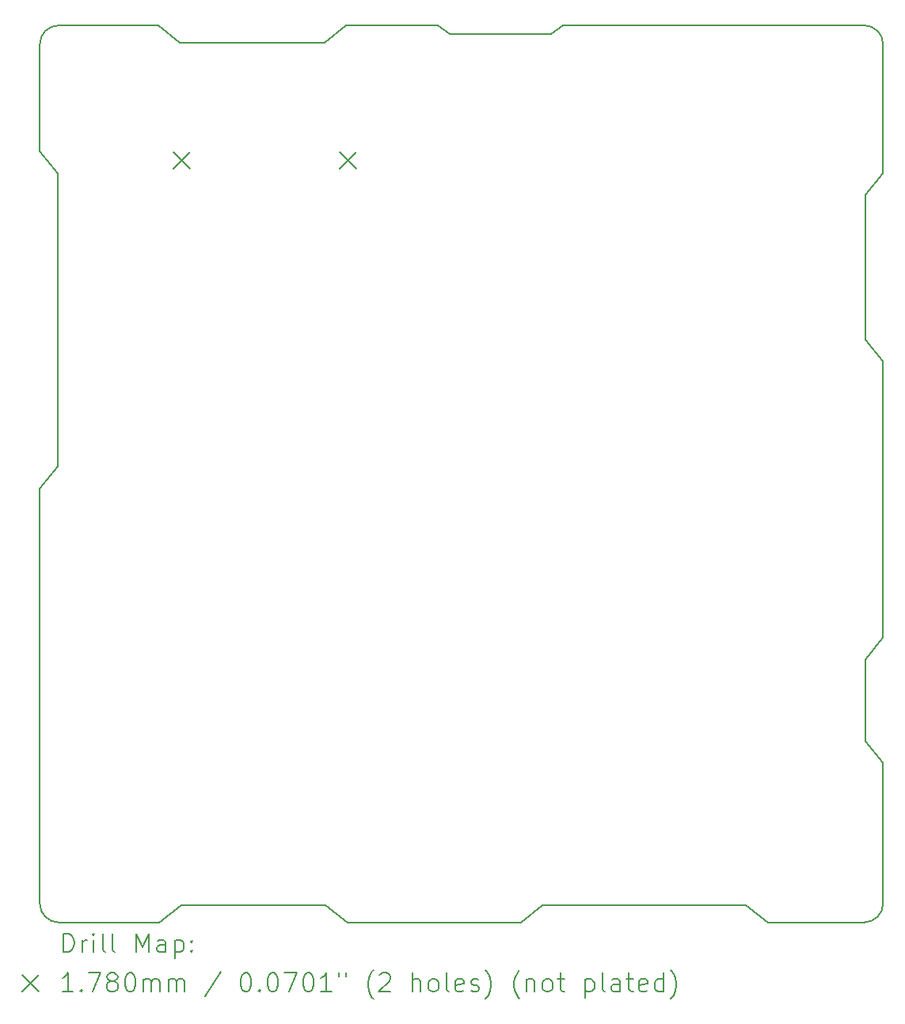
<source format=gbr>
%TF.GenerationSoftware,KiCad,Pcbnew,7.0.8*%
%TF.CreationDate,2024-04-09T22:45:55-07:00*%
%TF.ProjectId,MPPT_addon_board,4d505054-5f61-4646-946f-6e5f626f6172,rev?*%
%TF.SameCoordinates,Original*%
%TF.FileFunction,Drillmap*%
%TF.FilePolarity,Positive*%
%FSLAX45Y45*%
G04 Gerber Fmt 4.5, Leading zero omitted, Abs format (unit mm)*
G04 Created by KiCad (PCBNEW 7.0.8) date 2024-04-09 22:45:55*
%MOMM*%
%LPD*%
G01*
G04 APERTURE LIST*
%ADD10C,0.150000*%
%ADD11C,0.200000*%
%ADD12C,0.178000*%
G04 APERTURE END LIST*
D10*
X18849365Y-5450695D02*
X18850635Y-6829305D01*
X15209935Y-14652505D02*
X14976255Y-14840465D01*
X18662675Y-7062985D02*
X18662675Y-8607305D01*
X18849365Y-5450695D02*
G75*
G03*
X18649365Y-5250695I-199995J5D01*
G01*
X12886715Y-14652505D02*
X13120395Y-14840465D01*
X14091865Y-5250695D02*
X13110595Y-5248785D01*
X18850635Y-13133585D02*
X18849365Y-14639195D01*
X18649365Y-5250695D02*
X15426365Y-5251695D01*
X11098915Y-5250805D02*
X10032365Y-5250695D01*
X18662675Y-12031225D02*
X18662675Y-12899905D01*
X14219865Y-5340595D02*
X14091865Y-5250695D01*
X17383145Y-14652505D02*
X17618755Y-14839195D01*
X18662675Y-8607305D02*
X18850635Y-8840985D01*
X9832775Y-10202625D02*
X9832365Y-14639195D01*
X9832365Y-5450695D02*
X9831775Y-6600105D01*
X18662675Y-7062985D02*
X18850635Y-6829305D01*
X11342395Y-14652505D02*
X11108715Y-14840465D01*
X11332595Y-5438765D02*
X12876915Y-5438765D01*
X18662675Y-12899905D02*
X18850635Y-13133585D01*
X12876915Y-5438765D02*
X13110595Y-5248785D01*
X10021755Y-6833785D02*
X9831775Y-6600105D01*
X15426365Y-5251695D02*
X15299365Y-5340595D01*
X11332595Y-5438765D02*
X11098915Y-5250805D01*
X10032365Y-5250695D02*
G75*
G03*
X9832365Y-5450695I-5J-199995D01*
G01*
X10020735Y-9968945D02*
X10021755Y-6833785D01*
X13120395Y-14840465D02*
X14976255Y-14840465D01*
X18850635Y-8840985D02*
X18850635Y-11797545D01*
X18662675Y-12031225D02*
X18850635Y-11797545D01*
X15299365Y-5340595D02*
X14219865Y-5340595D01*
X9832365Y-14639195D02*
G75*
G03*
X10032365Y-14839195I199995J-5D01*
G01*
X12886715Y-14652505D02*
X11342395Y-14652505D01*
X11108715Y-14840465D02*
X10032365Y-14839195D01*
X18649365Y-14839195D02*
X17618755Y-14839195D01*
X17383145Y-14652505D02*
X15209935Y-14652505D01*
X10020735Y-9968945D02*
X9832775Y-10202625D01*
X18649365Y-14839195D02*
G75*
G03*
X18849365Y-14639195I5J199995D01*
G01*
D11*
D12*
X11265000Y-6606000D02*
X11443000Y-6784000D01*
X11443000Y-6606000D02*
X11265000Y-6784000D01*
X13043000Y-6606000D02*
X13221000Y-6784000D01*
X13221000Y-6606000D02*
X13043000Y-6784000D01*
D11*
X10085052Y-15159449D02*
X10085052Y-14959449D01*
X10085052Y-14959449D02*
X10132671Y-14959449D01*
X10132671Y-14959449D02*
X10161242Y-14968973D01*
X10161242Y-14968973D02*
X10180290Y-14988020D01*
X10180290Y-14988020D02*
X10189814Y-15007068D01*
X10189814Y-15007068D02*
X10199338Y-15045163D01*
X10199338Y-15045163D02*
X10199338Y-15073734D01*
X10199338Y-15073734D02*
X10189814Y-15111830D01*
X10189814Y-15111830D02*
X10180290Y-15130877D01*
X10180290Y-15130877D02*
X10161242Y-15149925D01*
X10161242Y-15149925D02*
X10132671Y-15159449D01*
X10132671Y-15159449D02*
X10085052Y-15159449D01*
X10285052Y-15159449D02*
X10285052Y-15026115D01*
X10285052Y-15064211D02*
X10294576Y-15045163D01*
X10294576Y-15045163D02*
X10304099Y-15035639D01*
X10304099Y-15035639D02*
X10323147Y-15026115D01*
X10323147Y-15026115D02*
X10342195Y-15026115D01*
X10408861Y-15159449D02*
X10408861Y-15026115D01*
X10408861Y-14959449D02*
X10399338Y-14968973D01*
X10399338Y-14968973D02*
X10408861Y-14978496D01*
X10408861Y-14978496D02*
X10418385Y-14968973D01*
X10418385Y-14968973D02*
X10408861Y-14959449D01*
X10408861Y-14959449D02*
X10408861Y-14978496D01*
X10532671Y-15159449D02*
X10513623Y-15149925D01*
X10513623Y-15149925D02*
X10504099Y-15130877D01*
X10504099Y-15130877D02*
X10504099Y-14959449D01*
X10637433Y-15159449D02*
X10618385Y-15149925D01*
X10618385Y-15149925D02*
X10608861Y-15130877D01*
X10608861Y-15130877D02*
X10608861Y-14959449D01*
X10866004Y-15159449D02*
X10866004Y-14959449D01*
X10866004Y-14959449D02*
X10932671Y-15102306D01*
X10932671Y-15102306D02*
X10999338Y-14959449D01*
X10999338Y-14959449D02*
X10999338Y-15159449D01*
X11180290Y-15159449D02*
X11180290Y-15054687D01*
X11180290Y-15054687D02*
X11170766Y-15035639D01*
X11170766Y-15035639D02*
X11151719Y-15026115D01*
X11151719Y-15026115D02*
X11113623Y-15026115D01*
X11113623Y-15026115D02*
X11094576Y-15035639D01*
X11180290Y-15149925D02*
X11161242Y-15159449D01*
X11161242Y-15159449D02*
X11113623Y-15159449D01*
X11113623Y-15159449D02*
X11094576Y-15149925D01*
X11094576Y-15149925D02*
X11085052Y-15130877D01*
X11085052Y-15130877D02*
X11085052Y-15111830D01*
X11085052Y-15111830D02*
X11094576Y-15092782D01*
X11094576Y-15092782D02*
X11113623Y-15083258D01*
X11113623Y-15083258D02*
X11161242Y-15083258D01*
X11161242Y-15083258D02*
X11180290Y-15073734D01*
X11275528Y-15026115D02*
X11275528Y-15226115D01*
X11275528Y-15035639D02*
X11294576Y-15026115D01*
X11294576Y-15026115D02*
X11332671Y-15026115D01*
X11332671Y-15026115D02*
X11351718Y-15035639D01*
X11351718Y-15035639D02*
X11361242Y-15045163D01*
X11361242Y-15045163D02*
X11370766Y-15064211D01*
X11370766Y-15064211D02*
X11370766Y-15121353D01*
X11370766Y-15121353D02*
X11361242Y-15140401D01*
X11361242Y-15140401D02*
X11351718Y-15149925D01*
X11351718Y-15149925D02*
X11332671Y-15159449D01*
X11332671Y-15159449D02*
X11294576Y-15159449D01*
X11294576Y-15159449D02*
X11275528Y-15149925D01*
X11456480Y-15140401D02*
X11466004Y-15149925D01*
X11466004Y-15149925D02*
X11456480Y-15159449D01*
X11456480Y-15159449D02*
X11446957Y-15149925D01*
X11446957Y-15149925D02*
X11456480Y-15140401D01*
X11456480Y-15140401D02*
X11456480Y-15159449D01*
X11456480Y-15035639D02*
X11466004Y-15045163D01*
X11466004Y-15045163D02*
X11456480Y-15054687D01*
X11456480Y-15054687D02*
X11446957Y-15045163D01*
X11446957Y-15045163D02*
X11456480Y-15035639D01*
X11456480Y-15035639D02*
X11456480Y-15054687D01*
D12*
X9646275Y-15398965D02*
X9824275Y-15576965D01*
X9824275Y-15398965D02*
X9646275Y-15576965D01*
D11*
X10189814Y-15579449D02*
X10075528Y-15579449D01*
X10132671Y-15579449D02*
X10132671Y-15379449D01*
X10132671Y-15379449D02*
X10113623Y-15408020D01*
X10113623Y-15408020D02*
X10094576Y-15427068D01*
X10094576Y-15427068D02*
X10075528Y-15436592D01*
X10275528Y-15560401D02*
X10285052Y-15569925D01*
X10285052Y-15569925D02*
X10275528Y-15579449D01*
X10275528Y-15579449D02*
X10266004Y-15569925D01*
X10266004Y-15569925D02*
X10275528Y-15560401D01*
X10275528Y-15560401D02*
X10275528Y-15579449D01*
X10351719Y-15379449D02*
X10485052Y-15379449D01*
X10485052Y-15379449D02*
X10399338Y-15579449D01*
X10589814Y-15465163D02*
X10570766Y-15455639D01*
X10570766Y-15455639D02*
X10561242Y-15446115D01*
X10561242Y-15446115D02*
X10551719Y-15427068D01*
X10551719Y-15427068D02*
X10551719Y-15417544D01*
X10551719Y-15417544D02*
X10561242Y-15398496D01*
X10561242Y-15398496D02*
X10570766Y-15388973D01*
X10570766Y-15388973D02*
X10589814Y-15379449D01*
X10589814Y-15379449D02*
X10627909Y-15379449D01*
X10627909Y-15379449D02*
X10646957Y-15388973D01*
X10646957Y-15388973D02*
X10656480Y-15398496D01*
X10656480Y-15398496D02*
X10666004Y-15417544D01*
X10666004Y-15417544D02*
X10666004Y-15427068D01*
X10666004Y-15427068D02*
X10656480Y-15446115D01*
X10656480Y-15446115D02*
X10646957Y-15455639D01*
X10646957Y-15455639D02*
X10627909Y-15465163D01*
X10627909Y-15465163D02*
X10589814Y-15465163D01*
X10589814Y-15465163D02*
X10570766Y-15474687D01*
X10570766Y-15474687D02*
X10561242Y-15484211D01*
X10561242Y-15484211D02*
X10551719Y-15503258D01*
X10551719Y-15503258D02*
X10551719Y-15541353D01*
X10551719Y-15541353D02*
X10561242Y-15560401D01*
X10561242Y-15560401D02*
X10570766Y-15569925D01*
X10570766Y-15569925D02*
X10589814Y-15579449D01*
X10589814Y-15579449D02*
X10627909Y-15579449D01*
X10627909Y-15579449D02*
X10646957Y-15569925D01*
X10646957Y-15569925D02*
X10656480Y-15560401D01*
X10656480Y-15560401D02*
X10666004Y-15541353D01*
X10666004Y-15541353D02*
X10666004Y-15503258D01*
X10666004Y-15503258D02*
X10656480Y-15484211D01*
X10656480Y-15484211D02*
X10646957Y-15474687D01*
X10646957Y-15474687D02*
X10627909Y-15465163D01*
X10789814Y-15379449D02*
X10808861Y-15379449D01*
X10808861Y-15379449D02*
X10827909Y-15388973D01*
X10827909Y-15388973D02*
X10837433Y-15398496D01*
X10837433Y-15398496D02*
X10846957Y-15417544D01*
X10846957Y-15417544D02*
X10856480Y-15455639D01*
X10856480Y-15455639D02*
X10856480Y-15503258D01*
X10856480Y-15503258D02*
X10846957Y-15541353D01*
X10846957Y-15541353D02*
X10837433Y-15560401D01*
X10837433Y-15560401D02*
X10827909Y-15569925D01*
X10827909Y-15569925D02*
X10808861Y-15579449D01*
X10808861Y-15579449D02*
X10789814Y-15579449D01*
X10789814Y-15579449D02*
X10770766Y-15569925D01*
X10770766Y-15569925D02*
X10761242Y-15560401D01*
X10761242Y-15560401D02*
X10751719Y-15541353D01*
X10751719Y-15541353D02*
X10742195Y-15503258D01*
X10742195Y-15503258D02*
X10742195Y-15455639D01*
X10742195Y-15455639D02*
X10751719Y-15417544D01*
X10751719Y-15417544D02*
X10761242Y-15398496D01*
X10761242Y-15398496D02*
X10770766Y-15388973D01*
X10770766Y-15388973D02*
X10789814Y-15379449D01*
X10942195Y-15579449D02*
X10942195Y-15446115D01*
X10942195Y-15465163D02*
X10951719Y-15455639D01*
X10951719Y-15455639D02*
X10970766Y-15446115D01*
X10970766Y-15446115D02*
X10999338Y-15446115D01*
X10999338Y-15446115D02*
X11018385Y-15455639D01*
X11018385Y-15455639D02*
X11027909Y-15474687D01*
X11027909Y-15474687D02*
X11027909Y-15579449D01*
X11027909Y-15474687D02*
X11037433Y-15455639D01*
X11037433Y-15455639D02*
X11056480Y-15446115D01*
X11056480Y-15446115D02*
X11085052Y-15446115D01*
X11085052Y-15446115D02*
X11104100Y-15455639D01*
X11104100Y-15455639D02*
X11113623Y-15474687D01*
X11113623Y-15474687D02*
X11113623Y-15579449D01*
X11208861Y-15579449D02*
X11208861Y-15446115D01*
X11208861Y-15465163D02*
X11218385Y-15455639D01*
X11218385Y-15455639D02*
X11237433Y-15446115D01*
X11237433Y-15446115D02*
X11266004Y-15446115D01*
X11266004Y-15446115D02*
X11285052Y-15455639D01*
X11285052Y-15455639D02*
X11294576Y-15474687D01*
X11294576Y-15474687D02*
X11294576Y-15579449D01*
X11294576Y-15474687D02*
X11304099Y-15455639D01*
X11304099Y-15455639D02*
X11323147Y-15446115D01*
X11323147Y-15446115D02*
X11351718Y-15446115D01*
X11351718Y-15446115D02*
X11370766Y-15455639D01*
X11370766Y-15455639D02*
X11380290Y-15474687D01*
X11380290Y-15474687D02*
X11380290Y-15579449D01*
X11770766Y-15369925D02*
X11599338Y-15627068D01*
X12027909Y-15379449D02*
X12046957Y-15379449D01*
X12046957Y-15379449D02*
X12066004Y-15388973D01*
X12066004Y-15388973D02*
X12075528Y-15398496D01*
X12075528Y-15398496D02*
X12085052Y-15417544D01*
X12085052Y-15417544D02*
X12094576Y-15455639D01*
X12094576Y-15455639D02*
X12094576Y-15503258D01*
X12094576Y-15503258D02*
X12085052Y-15541353D01*
X12085052Y-15541353D02*
X12075528Y-15560401D01*
X12075528Y-15560401D02*
X12066004Y-15569925D01*
X12066004Y-15569925D02*
X12046957Y-15579449D01*
X12046957Y-15579449D02*
X12027909Y-15579449D01*
X12027909Y-15579449D02*
X12008861Y-15569925D01*
X12008861Y-15569925D02*
X11999338Y-15560401D01*
X11999338Y-15560401D02*
X11989814Y-15541353D01*
X11989814Y-15541353D02*
X11980290Y-15503258D01*
X11980290Y-15503258D02*
X11980290Y-15455639D01*
X11980290Y-15455639D02*
X11989814Y-15417544D01*
X11989814Y-15417544D02*
X11999338Y-15398496D01*
X11999338Y-15398496D02*
X12008861Y-15388973D01*
X12008861Y-15388973D02*
X12027909Y-15379449D01*
X12180290Y-15560401D02*
X12189814Y-15569925D01*
X12189814Y-15569925D02*
X12180290Y-15579449D01*
X12180290Y-15579449D02*
X12170766Y-15569925D01*
X12170766Y-15569925D02*
X12180290Y-15560401D01*
X12180290Y-15560401D02*
X12180290Y-15579449D01*
X12313623Y-15379449D02*
X12332671Y-15379449D01*
X12332671Y-15379449D02*
X12351719Y-15388973D01*
X12351719Y-15388973D02*
X12361242Y-15398496D01*
X12361242Y-15398496D02*
X12370766Y-15417544D01*
X12370766Y-15417544D02*
X12380290Y-15455639D01*
X12380290Y-15455639D02*
X12380290Y-15503258D01*
X12380290Y-15503258D02*
X12370766Y-15541353D01*
X12370766Y-15541353D02*
X12361242Y-15560401D01*
X12361242Y-15560401D02*
X12351719Y-15569925D01*
X12351719Y-15569925D02*
X12332671Y-15579449D01*
X12332671Y-15579449D02*
X12313623Y-15579449D01*
X12313623Y-15579449D02*
X12294576Y-15569925D01*
X12294576Y-15569925D02*
X12285052Y-15560401D01*
X12285052Y-15560401D02*
X12275528Y-15541353D01*
X12275528Y-15541353D02*
X12266004Y-15503258D01*
X12266004Y-15503258D02*
X12266004Y-15455639D01*
X12266004Y-15455639D02*
X12275528Y-15417544D01*
X12275528Y-15417544D02*
X12285052Y-15398496D01*
X12285052Y-15398496D02*
X12294576Y-15388973D01*
X12294576Y-15388973D02*
X12313623Y-15379449D01*
X12446957Y-15379449D02*
X12580290Y-15379449D01*
X12580290Y-15379449D02*
X12494576Y-15579449D01*
X12694576Y-15379449D02*
X12713623Y-15379449D01*
X12713623Y-15379449D02*
X12732671Y-15388973D01*
X12732671Y-15388973D02*
X12742195Y-15398496D01*
X12742195Y-15398496D02*
X12751719Y-15417544D01*
X12751719Y-15417544D02*
X12761242Y-15455639D01*
X12761242Y-15455639D02*
X12761242Y-15503258D01*
X12761242Y-15503258D02*
X12751719Y-15541353D01*
X12751719Y-15541353D02*
X12742195Y-15560401D01*
X12742195Y-15560401D02*
X12732671Y-15569925D01*
X12732671Y-15569925D02*
X12713623Y-15579449D01*
X12713623Y-15579449D02*
X12694576Y-15579449D01*
X12694576Y-15579449D02*
X12675528Y-15569925D01*
X12675528Y-15569925D02*
X12666004Y-15560401D01*
X12666004Y-15560401D02*
X12656481Y-15541353D01*
X12656481Y-15541353D02*
X12646957Y-15503258D01*
X12646957Y-15503258D02*
X12646957Y-15455639D01*
X12646957Y-15455639D02*
X12656481Y-15417544D01*
X12656481Y-15417544D02*
X12666004Y-15398496D01*
X12666004Y-15398496D02*
X12675528Y-15388973D01*
X12675528Y-15388973D02*
X12694576Y-15379449D01*
X12951719Y-15579449D02*
X12837433Y-15579449D01*
X12894576Y-15579449D02*
X12894576Y-15379449D01*
X12894576Y-15379449D02*
X12875528Y-15408020D01*
X12875528Y-15408020D02*
X12856481Y-15427068D01*
X12856481Y-15427068D02*
X12837433Y-15436592D01*
X13027909Y-15379449D02*
X13027909Y-15417544D01*
X13104100Y-15379449D02*
X13104100Y-15417544D01*
X13399338Y-15655639D02*
X13389814Y-15646115D01*
X13389814Y-15646115D02*
X13370766Y-15617544D01*
X13370766Y-15617544D02*
X13361243Y-15598496D01*
X13361243Y-15598496D02*
X13351719Y-15569925D01*
X13351719Y-15569925D02*
X13342195Y-15522306D01*
X13342195Y-15522306D02*
X13342195Y-15484211D01*
X13342195Y-15484211D02*
X13351719Y-15436592D01*
X13351719Y-15436592D02*
X13361243Y-15408020D01*
X13361243Y-15408020D02*
X13370766Y-15388973D01*
X13370766Y-15388973D02*
X13389814Y-15360401D01*
X13389814Y-15360401D02*
X13399338Y-15350877D01*
X13466004Y-15398496D02*
X13475528Y-15388973D01*
X13475528Y-15388973D02*
X13494576Y-15379449D01*
X13494576Y-15379449D02*
X13542195Y-15379449D01*
X13542195Y-15379449D02*
X13561243Y-15388973D01*
X13561243Y-15388973D02*
X13570766Y-15398496D01*
X13570766Y-15398496D02*
X13580290Y-15417544D01*
X13580290Y-15417544D02*
X13580290Y-15436592D01*
X13580290Y-15436592D02*
X13570766Y-15465163D01*
X13570766Y-15465163D02*
X13456481Y-15579449D01*
X13456481Y-15579449D02*
X13580290Y-15579449D01*
X13818385Y-15579449D02*
X13818385Y-15379449D01*
X13904100Y-15579449D02*
X13904100Y-15474687D01*
X13904100Y-15474687D02*
X13894576Y-15455639D01*
X13894576Y-15455639D02*
X13875528Y-15446115D01*
X13875528Y-15446115D02*
X13846957Y-15446115D01*
X13846957Y-15446115D02*
X13827909Y-15455639D01*
X13827909Y-15455639D02*
X13818385Y-15465163D01*
X14027909Y-15579449D02*
X14008862Y-15569925D01*
X14008862Y-15569925D02*
X13999338Y-15560401D01*
X13999338Y-15560401D02*
X13989814Y-15541353D01*
X13989814Y-15541353D02*
X13989814Y-15484211D01*
X13989814Y-15484211D02*
X13999338Y-15465163D01*
X13999338Y-15465163D02*
X14008862Y-15455639D01*
X14008862Y-15455639D02*
X14027909Y-15446115D01*
X14027909Y-15446115D02*
X14056481Y-15446115D01*
X14056481Y-15446115D02*
X14075528Y-15455639D01*
X14075528Y-15455639D02*
X14085052Y-15465163D01*
X14085052Y-15465163D02*
X14094576Y-15484211D01*
X14094576Y-15484211D02*
X14094576Y-15541353D01*
X14094576Y-15541353D02*
X14085052Y-15560401D01*
X14085052Y-15560401D02*
X14075528Y-15569925D01*
X14075528Y-15569925D02*
X14056481Y-15579449D01*
X14056481Y-15579449D02*
X14027909Y-15579449D01*
X14208862Y-15579449D02*
X14189814Y-15569925D01*
X14189814Y-15569925D02*
X14180290Y-15550877D01*
X14180290Y-15550877D02*
X14180290Y-15379449D01*
X14361243Y-15569925D02*
X14342195Y-15579449D01*
X14342195Y-15579449D02*
X14304100Y-15579449D01*
X14304100Y-15579449D02*
X14285052Y-15569925D01*
X14285052Y-15569925D02*
X14275528Y-15550877D01*
X14275528Y-15550877D02*
X14275528Y-15474687D01*
X14275528Y-15474687D02*
X14285052Y-15455639D01*
X14285052Y-15455639D02*
X14304100Y-15446115D01*
X14304100Y-15446115D02*
X14342195Y-15446115D01*
X14342195Y-15446115D02*
X14361243Y-15455639D01*
X14361243Y-15455639D02*
X14370766Y-15474687D01*
X14370766Y-15474687D02*
X14370766Y-15493734D01*
X14370766Y-15493734D02*
X14275528Y-15512782D01*
X14446957Y-15569925D02*
X14466005Y-15579449D01*
X14466005Y-15579449D02*
X14504100Y-15579449D01*
X14504100Y-15579449D02*
X14523147Y-15569925D01*
X14523147Y-15569925D02*
X14532671Y-15550877D01*
X14532671Y-15550877D02*
X14532671Y-15541353D01*
X14532671Y-15541353D02*
X14523147Y-15522306D01*
X14523147Y-15522306D02*
X14504100Y-15512782D01*
X14504100Y-15512782D02*
X14475528Y-15512782D01*
X14475528Y-15512782D02*
X14456481Y-15503258D01*
X14456481Y-15503258D02*
X14446957Y-15484211D01*
X14446957Y-15484211D02*
X14446957Y-15474687D01*
X14446957Y-15474687D02*
X14456481Y-15455639D01*
X14456481Y-15455639D02*
X14475528Y-15446115D01*
X14475528Y-15446115D02*
X14504100Y-15446115D01*
X14504100Y-15446115D02*
X14523147Y-15455639D01*
X14599338Y-15655639D02*
X14608862Y-15646115D01*
X14608862Y-15646115D02*
X14627909Y-15617544D01*
X14627909Y-15617544D02*
X14637433Y-15598496D01*
X14637433Y-15598496D02*
X14646957Y-15569925D01*
X14646957Y-15569925D02*
X14656481Y-15522306D01*
X14656481Y-15522306D02*
X14656481Y-15484211D01*
X14656481Y-15484211D02*
X14646957Y-15436592D01*
X14646957Y-15436592D02*
X14637433Y-15408020D01*
X14637433Y-15408020D02*
X14627909Y-15388973D01*
X14627909Y-15388973D02*
X14608862Y-15360401D01*
X14608862Y-15360401D02*
X14599338Y-15350877D01*
X14961243Y-15655639D02*
X14951719Y-15646115D01*
X14951719Y-15646115D02*
X14932671Y-15617544D01*
X14932671Y-15617544D02*
X14923147Y-15598496D01*
X14923147Y-15598496D02*
X14913624Y-15569925D01*
X14913624Y-15569925D02*
X14904100Y-15522306D01*
X14904100Y-15522306D02*
X14904100Y-15484211D01*
X14904100Y-15484211D02*
X14913624Y-15436592D01*
X14913624Y-15436592D02*
X14923147Y-15408020D01*
X14923147Y-15408020D02*
X14932671Y-15388973D01*
X14932671Y-15388973D02*
X14951719Y-15360401D01*
X14951719Y-15360401D02*
X14961243Y-15350877D01*
X15037433Y-15446115D02*
X15037433Y-15579449D01*
X15037433Y-15465163D02*
X15046957Y-15455639D01*
X15046957Y-15455639D02*
X15066005Y-15446115D01*
X15066005Y-15446115D02*
X15094576Y-15446115D01*
X15094576Y-15446115D02*
X15113624Y-15455639D01*
X15113624Y-15455639D02*
X15123147Y-15474687D01*
X15123147Y-15474687D02*
X15123147Y-15579449D01*
X15246957Y-15579449D02*
X15227909Y-15569925D01*
X15227909Y-15569925D02*
X15218386Y-15560401D01*
X15218386Y-15560401D02*
X15208862Y-15541353D01*
X15208862Y-15541353D02*
X15208862Y-15484211D01*
X15208862Y-15484211D02*
X15218386Y-15465163D01*
X15218386Y-15465163D02*
X15227909Y-15455639D01*
X15227909Y-15455639D02*
X15246957Y-15446115D01*
X15246957Y-15446115D02*
X15275528Y-15446115D01*
X15275528Y-15446115D02*
X15294576Y-15455639D01*
X15294576Y-15455639D02*
X15304100Y-15465163D01*
X15304100Y-15465163D02*
X15313624Y-15484211D01*
X15313624Y-15484211D02*
X15313624Y-15541353D01*
X15313624Y-15541353D02*
X15304100Y-15560401D01*
X15304100Y-15560401D02*
X15294576Y-15569925D01*
X15294576Y-15569925D02*
X15275528Y-15579449D01*
X15275528Y-15579449D02*
X15246957Y-15579449D01*
X15370767Y-15446115D02*
X15446957Y-15446115D01*
X15399338Y-15379449D02*
X15399338Y-15550877D01*
X15399338Y-15550877D02*
X15408862Y-15569925D01*
X15408862Y-15569925D02*
X15427909Y-15579449D01*
X15427909Y-15579449D02*
X15446957Y-15579449D01*
X15666005Y-15446115D02*
X15666005Y-15646115D01*
X15666005Y-15455639D02*
X15685052Y-15446115D01*
X15685052Y-15446115D02*
X15723148Y-15446115D01*
X15723148Y-15446115D02*
X15742195Y-15455639D01*
X15742195Y-15455639D02*
X15751719Y-15465163D01*
X15751719Y-15465163D02*
X15761243Y-15484211D01*
X15761243Y-15484211D02*
X15761243Y-15541353D01*
X15761243Y-15541353D02*
X15751719Y-15560401D01*
X15751719Y-15560401D02*
X15742195Y-15569925D01*
X15742195Y-15569925D02*
X15723148Y-15579449D01*
X15723148Y-15579449D02*
X15685052Y-15579449D01*
X15685052Y-15579449D02*
X15666005Y-15569925D01*
X15875528Y-15579449D02*
X15856481Y-15569925D01*
X15856481Y-15569925D02*
X15846957Y-15550877D01*
X15846957Y-15550877D02*
X15846957Y-15379449D01*
X16037433Y-15579449D02*
X16037433Y-15474687D01*
X16037433Y-15474687D02*
X16027909Y-15455639D01*
X16027909Y-15455639D02*
X16008862Y-15446115D01*
X16008862Y-15446115D02*
X15970767Y-15446115D01*
X15970767Y-15446115D02*
X15951719Y-15455639D01*
X16037433Y-15569925D02*
X16018386Y-15579449D01*
X16018386Y-15579449D02*
X15970767Y-15579449D01*
X15970767Y-15579449D02*
X15951719Y-15569925D01*
X15951719Y-15569925D02*
X15942195Y-15550877D01*
X15942195Y-15550877D02*
X15942195Y-15531830D01*
X15942195Y-15531830D02*
X15951719Y-15512782D01*
X15951719Y-15512782D02*
X15970767Y-15503258D01*
X15970767Y-15503258D02*
X16018386Y-15503258D01*
X16018386Y-15503258D02*
X16037433Y-15493734D01*
X16104100Y-15446115D02*
X16180290Y-15446115D01*
X16132671Y-15379449D02*
X16132671Y-15550877D01*
X16132671Y-15550877D02*
X16142195Y-15569925D01*
X16142195Y-15569925D02*
X16161243Y-15579449D01*
X16161243Y-15579449D02*
X16180290Y-15579449D01*
X16323148Y-15569925D02*
X16304100Y-15579449D01*
X16304100Y-15579449D02*
X16266005Y-15579449D01*
X16266005Y-15579449D02*
X16246957Y-15569925D01*
X16246957Y-15569925D02*
X16237433Y-15550877D01*
X16237433Y-15550877D02*
X16237433Y-15474687D01*
X16237433Y-15474687D02*
X16246957Y-15455639D01*
X16246957Y-15455639D02*
X16266005Y-15446115D01*
X16266005Y-15446115D02*
X16304100Y-15446115D01*
X16304100Y-15446115D02*
X16323148Y-15455639D01*
X16323148Y-15455639D02*
X16332671Y-15474687D01*
X16332671Y-15474687D02*
X16332671Y-15493734D01*
X16332671Y-15493734D02*
X16237433Y-15512782D01*
X16504100Y-15579449D02*
X16504100Y-15379449D01*
X16504100Y-15569925D02*
X16485052Y-15579449D01*
X16485052Y-15579449D02*
X16446957Y-15579449D01*
X16446957Y-15579449D02*
X16427909Y-15569925D01*
X16427909Y-15569925D02*
X16418386Y-15560401D01*
X16418386Y-15560401D02*
X16408862Y-15541353D01*
X16408862Y-15541353D02*
X16408862Y-15484211D01*
X16408862Y-15484211D02*
X16418386Y-15465163D01*
X16418386Y-15465163D02*
X16427909Y-15455639D01*
X16427909Y-15455639D02*
X16446957Y-15446115D01*
X16446957Y-15446115D02*
X16485052Y-15446115D01*
X16485052Y-15446115D02*
X16504100Y-15455639D01*
X16580290Y-15655639D02*
X16589814Y-15646115D01*
X16589814Y-15646115D02*
X16608862Y-15617544D01*
X16608862Y-15617544D02*
X16618386Y-15598496D01*
X16618386Y-15598496D02*
X16627909Y-15569925D01*
X16627909Y-15569925D02*
X16637433Y-15522306D01*
X16637433Y-15522306D02*
X16637433Y-15484211D01*
X16637433Y-15484211D02*
X16627909Y-15436592D01*
X16627909Y-15436592D02*
X16618386Y-15408020D01*
X16618386Y-15408020D02*
X16608862Y-15388973D01*
X16608862Y-15388973D02*
X16589814Y-15360401D01*
X16589814Y-15360401D02*
X16580290Y-15350877D01*
M02*

</source>
